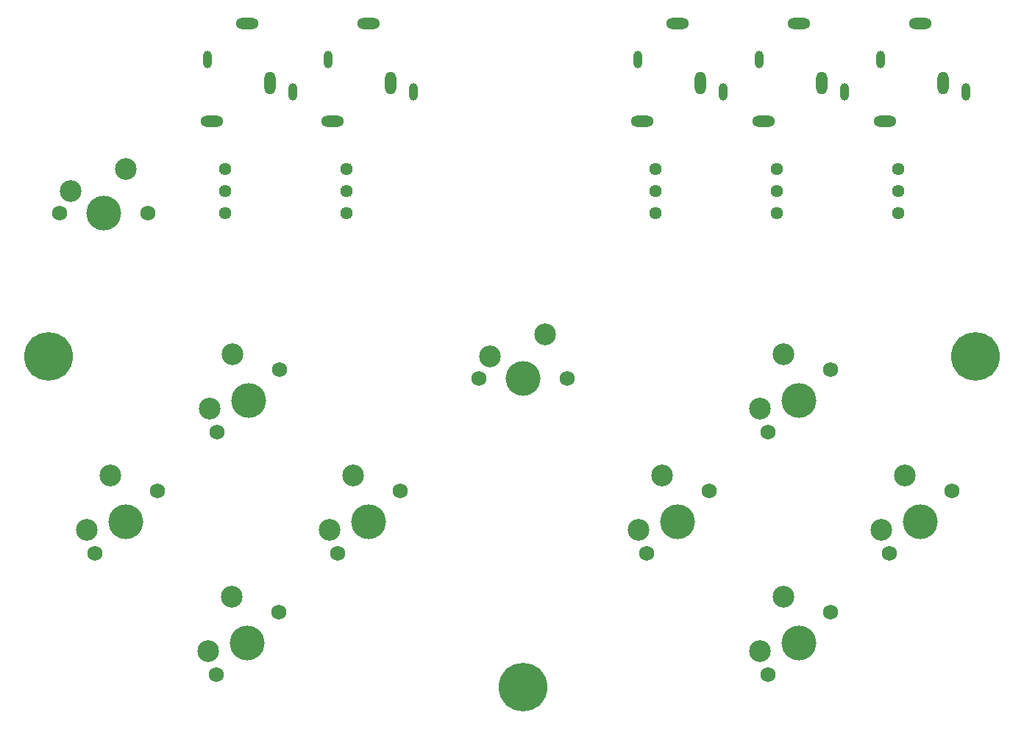
<source format=gbr>
%TF.GenerationSoftware,KiCad,Pcbnew,6.0.2+dfsg-1*%
%TF.CreationDate,2023-07-31T10:29:00-05:00*%
%TF.ProjectId,DrumBrain,4472756d-4272-4616-996e-2e6b69636164,rev?*%
%TF.SameCoordinates,Original*%
%TF.FileFunction,Soldermask,Top*%
%TF.FilePolarity,Negative*%
%FSLAX46Y46*%
G04 Gerber Fmt 4.6, Leading zero omitted, Abs format (unit mm)*
G04 Created by KiCad (PCBNEW 6.0.2+dfsg-1) date 2023-07-31 10:29:00*
%MOMM*%
%LPD*%
G01*
G04 APERTURE LIST*
%ADD10O,2.616000X1.308000*%
%ADD11O,1.008000X2.016000*%
%ADD12O,1.308000X2.616000*%
%ADD13C,5.600000*%
%ADD14C,2.500000*%
%ADD15C,4.000000*%
%ADD16C,1.750000*%
%ADD17C,1.440000*%
G04 APERTURE END LIST*
D10*
%TO.C,YELLOW1*%
X129480000Y-60640000D03*
D11*
X134680000Y-68540000D03*
D12*
X132080000Y-67540000D03*
D10*
X125380000Y-71940000D03*
D11*
X124880000Y-64840000D03*
%TD*%
D10*
%TO.C,RED1*%
X115570000Y-60640000D03*
D11*
X120770000Y-68540000D03*
D12*
X118170000Y-67540000D03*
D10*
X111470000Y-71940000D03*
D11*
X110970000Y-64840000D03*
%TD*%
D10*
%TO.C,KICK1*%
X165100000Y-60640000D03*
D11*
X170300000Y-68540000D03*
D12*
X167700000Y-67540000D03*
D10*
X161000000Y-71940000D03*
D11*
X160500000Y-64840000D03*
%TD*%
D10*
%TO.C,GREEN1*%
X193040000Y-60640000D03*
D11*
X198240000Y-68540000D03*
D12*
X195640000Y-67540000D03*
D10*
X188940000Y-71940000D03*
D11*
X188440000Y-64840000D03*
%TD*%
D10*
%TO.C,BLUE1*%
X179070000Y-60640000D03*
D11*
X184270000Y-68540000D03*
D12*
X181670000Y-67540000D03*
D10*
X174970000Y-71940000D03*
D11*
X174470000Y-64840000D03*
%TD*%
D13*
%TO.C,*%
X147320000Y-137160000D03*
%TD*%
%TO.C,*%
X199390000Y-99060000D03*
%TD*%
%TO.C,M3*%
X92710000Y-99060000D03*
%TD*%
D14*
%TO.C,SW-X1*%
X174579872Y-132978026D03*
X177273949Y-126691846D03*
D15*
X179070000Y-132080000D03*
D16*
X175477898Y-135672102D03*
X182662102Y-128487898D03*
%TD*%
D14*
%TO.C,SW-UP1*%
X111194872Y-105038026D03*
X113888949Y-98751846D03*
D15*
X115685000Y-104140000D03*
D16*
X112092898Y-107732102D03*
X119277102Y-100547898D03*
%TD*%
D14*
%TO.C,SW-TRI1*%
X174579872Y-105038026D03*
X177273949Y-98751846D03*
D15*
X179070000Y-104140000D03*
D16*
X175477898Y-107732102D03*
X182662102Y-100547898D03*
%TD*%
D14*
%TO.C,SW-START1*%
X95250000Y-80010000D03*
X101600000Y-77470000D03*
D15*
X99060000Y-82550000D03*
D16*
X93980000Y-82550000D03*
X104140000Y-82550000D03*
%TD*%
D14*
%TO.C,SW-SQR1*%
X160609872Y-119008026D03*
X163303949Y-112721846D03*
D15*
X165100000Y-118110000D03*
D16*
X161507898Y-121702102D03*
X168692102Y-114517898D03*
%TD*%
D14*
%TO.C,SW-RT1*%
X125049872Y-119008026D03*
X127743949Y-112721846D03*
D15*
X129540000Y-118110000D03*
D16*
X125947898Y-121702102D03*
X133132102Y-114517898D03*
%TD*%
D14*
%TO.C,SW-LT1*%
X97109872Y-119008026D03*
X99803949Y-112721846D03*
D15*
X101600000Y-118110000D03*
D16*
X98007898Y-121702102D03*
X105192102Y-114517898D03*
%TD*%
D14*
%TO.C,SW-HOME1*%
X143510000Y-99060000D03*
X149860000Y-96520000D03*
D15*
X147320000Y-101600000D03*
D16*
X142240000Y-101600000D03*
X152400000Y-101600000D03*
%TD*%
D14*
%TO.C,SW-DN1*%
X111079872Y-132978026D03*
X113773949Y-126691846D03*
D15*
X115570000Y-132080000D03*
D16*
X111977898Y-135672102D03*
X119162102Y-128487898D03*
%TD*%
D14*
%TO.C,SW-CIR1*%
X188549872Y-119008026D03*
X191243949Y-112721846D03*
D15*
X193040000Y-118110000D03*
D16*
X189447898Y-121702102D03*
X196632102Y-114517898D03*
%TD*%
D17*
%TO.C,POT-G1*%
X190500000Y-77460000D03*
X190500000Y-80000000D03*
X190500000Y-82540000D03*
%TD*%
%TO.C,POT-K1*%
X162560000Y-77460000D03*
X162560000Y-80000000D03*
X162560000Y-82540000D03*
%TD*%
%TO.C,POT-R1*%
X113030000Y-77460000D03*
X113030000Y-80000000D03*
X113030000Y-82540000D03*
%TD*%
%TO.C,POT-Y1*%
X127000000Y-77460000D03*
X127000000Y-80000000D03*
X127000000Y-82540000D03*
%TD*%
%TO.C,POT-B1*%
X176530000Y-77460000D03*
X176530000Y-80000000D03*
X176530000Y-82540000D03*
%TD*%
M02*

</source>
